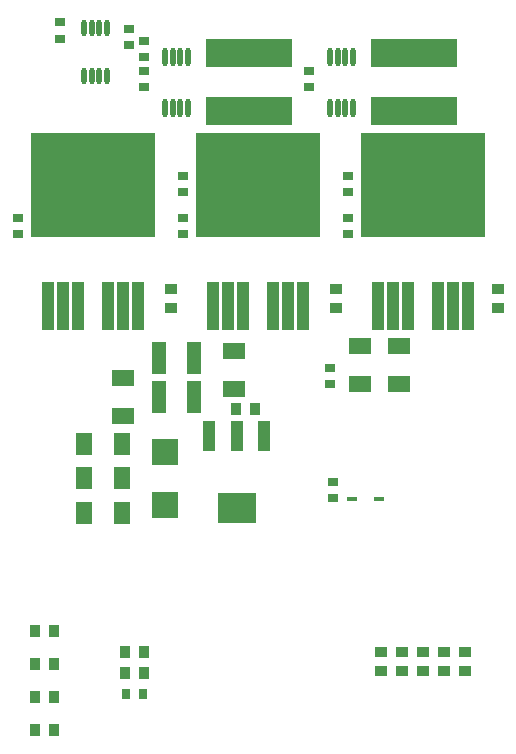
<source format=gbp>
G04 Layer_Color=128*
%FSAX24Y24*%
%MOIN*%
G70*
G01*
G75*
%ADD12R,0.0354X0.0276*%
%ADD13R,0.0394X0.0354*%
%ADD15R,0.0354X0.0394*%
%ADD24R,0.0413X0.1634*%
%ADD25R,0.4173X0.3465*%
%ADD40O,0.0177X0.0551*%
%ADD41R,0.0335X0.0157*%
%ADD42R,0.0276X0.0354*%
%ADD43R,0.0453X0.1063*%
%ADD44R,0.0748X0.0532*%
%ADD45R,0.1299X0.0984*%
%ADD46R,0.0394X0.0984*%
%ADD47R,0.0906X0.0906*%
%ADD48R,0.2906X0.0961*%
%ADD49O,0.0177X0.0630*%
%ADD50R,0.0532X0.0748*%
D12*
X053600Y040504D02*
D03*
Y039953D02*
D03*
X055900Y039724D02*
D03*
Y040276D02*
D03*
X056400Y039876D02*
D03*
Y039324D02*
D03*
X062700Y024624D02*
D03*
Y025176D02*
D03*
X056400Y038324D02*
D03*
Y038876D02*
D03*
X061900Y038324D02*
D03*
Y038876D02*
D03*
X063200Y033976D02*
D03*
Y033424D02*
D03*
X063200Y034824D02*
D03*
Y035376D02*
D03*
X057700Y033976D02*
D03*
Y033424D02*
D03*
X057700Y034824D02*
D03*
Y035376D02*
D03*
X052200Y033976D02*
D03*
Y033424D02*
D03*
X062600Y028424D02*
D03*
Y028976D02*
D03*
D13*
X068200Y030985D02*
D03*
Y031615D02*
D03*
X057300Y030985D02*
D03*
Y031615D02*
D03*
X062800Y030985D02*
D03*
Y031615D02*
D03*
X064300Y019515D02*
D03*
Y018885D02*
D03*
X065000Y019515D02*
D03*
Y018885D02*
D03*
X065700Y019515D02*
D03*
Y018885D02*
D03*
X066400Y019515D02*
D03*
Y018885D02*
D03*
X067100Y019515D02*
D03*
Y018885D02*
D03*
D15*
X052785Y020200D02*
D03*
X053415D02*
D03*
X052785Y019100D02*
D03*
X053415D02*
D03*
X052785Y018000D02*
D03*
X053415D02*
D03*
X052785Y016900D02*
D03*
X053415D02*
D03*
X055785Y019500D02*
D03*
X056415D02*
D03*
X056415Y018800D02*
D03*
X055785D02*
D03*
X059477Y027600D02*
D03*
X060107D02*
D03*
D24*
X061700Y031039D02*
D03*
X061200D02*
D03*
X060700D02*
D03*
X059700D02*
D03*
X059200D02*
D03*
X058700D02*
D03*
X064200D02*
D03*
X064700D02*
D03*
X065200D02*
D03*
X066200D02*
D03*
X066700D02*
D03*
X067200D02*
D03*
X053200D02*
D03*
X053700D02*
D03*
X054200D02*
D03*
X055200D02*
D03*
X055700D02*
D03*
X056200D02*
D03*
D25*
X060200Y035055D02*
D03*
X065700D02*
D03*
X054700D02*
D03*
D40*
X055184Y038693D02*
D03*
X054928D02*
D03*
X054672D02*
D03*
X054416D02*
D03*
X055184Y040307D02*
D03*
X054928D02*
D03*
X054672D02*
D03*
X054416D02*
D03*
D41*
X064263Y024600D02*
D03*
X063337D02*
D03*
D42*
X055824Y018100D02*
D03*
X056376D02*
D03*
D43*
X056909Y029300D02*
D03*
X058091D02*
D03*
X056909Y028000D02*
D03*
X058091D02*
D03*
D44*
X059400Y028270D02*
D03*
Y029530D02*
D03*
X063600Y029700D02*
D03*
Y028440D02*
D03*
X064900Y029700D02*
D03*
Y028440D02*
D03*
X055700Y028630D02*
D03*
Y027370D02*
D03*
D45*
X059500Y024299D02*
D03*
D46*
X060406Y026701D02*
D03*
X059500D02*
D03*
X058594D02*
D03*
D47*
X057100Y024414D02*
D03*
Y026186D02*
D03*
D48*
X065400Y039476D02*
D03*
Y037524D02*
D03*
X059900Y039476D02*
D03*
Y037524D02*
D03*
D49*
X057884Y037654D02*
D03*
X057628D02*
D03*
X057372D02*
D03*
X057116D02*
D03*
X057884Y039346D02*
D03*
X057628D02*
D03*
X057372D02*
D03*
X057116D02*
D03*
X063384Y037654D02*
D03*
X063128D02*
D03*
X062872D02*
D03*
X062616D02*
D03*
X063384Y039346D02*
D03*
X063128D02*
D03*
X062872D02*
D03*
X062616D02*
D03*
D50*
X054420Y024150D02*
D03*
X055680D02*
D03*
X054420Y026450D02*
D03*
X055680D02*
D03*
X054420Y025300D02*
D03*
X055680D02*
D03*
M02*

</source>
